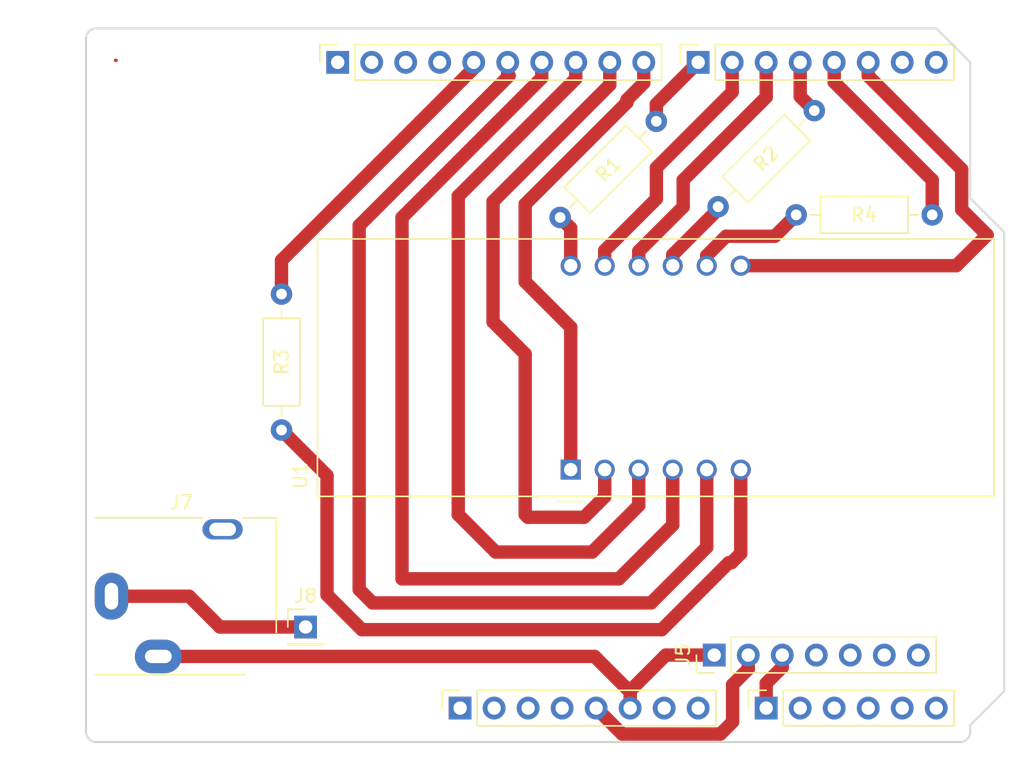
<source format=kicad_pcb>
(kicad_pcb (version 20240108) (generator "pcbnew") (generator_version "8.0")
  (title_block (date "mar. 31 mars 2015"))
  (layers (0 "F.Cu" signal) (31 "B.Cu" signal) (34 "B.Paste" user) (35 "F.Paste" user) (36 "B.SilkS" user "B.Silkscreen") (37 "F.SilkS" user "F.Silkscreen") (38 "B.Mask" user) (39 "F.Mask" user) (44 "Edge.Cuts" user))
  (net 0 "")
  (net 1 "GND")
  (net 3 "+5V")
  (net 4 "/IOREF")
  (net 5 "/A0")
  (net 6 "/A1")
  (net 7 "/A2")
  (net 8 "/A3")
  (net 9 "/SDA{slash}A4")
  (net 10 "/SCL{slash}A5")
  (net 11 "/13")
  (net 12 "/12")
  (net 13 "/AREF")
  (net 14 "/8")
  (net 15 "/7")
  (net 16 "/*11")
  (net 17 "/*10")
  (net 18 "/*9")
  (net 19 "/4")
  (net 20 "/2")
  (net 21 "/*6")
  (net 22 "/*5")
  (net 23 "/TX{slash}1")
  (net 24 "/*3")
  (net 25 "/RX{slash}0")
  (net 26 "+3V3")
  (net 27 "VCC")
  (net 28 "/~{RESET}")
  (net 33 "Net-(U1-CC1)")
  (net 34 "Net-(U1-CC3)")
  (net 35 "Net-(U1-CC2)")
  (net 36 "Net-(U1-CC4)")
  (net 37 "Net-(J8-Pin_1)")
  (footprint "Connector_PinSocket_2.54mm:PinSocket_1x08_P2.54mm_Vertical" (layer "F.Cu") (at 127.94 97.46 90)
    (property "Reference" "J1" (hide yes))
    (property "Value" "Power")
    (fp_line (start 1.33 -1.33) (end 1.33 0) (stroke (width 0.12)) (layer "F.SilkS"))
    (fp_line (start 0 -1.33) (end 1.33 -1.33) (stroke (width 0.12)) (layer "F.SilkS"))
    (fp_line (start 1.33 1.27) (end 1.33 19.11) (stroke (width 0.12)) (layer "F.SilkS"))
    (fp_line (start -1.33 1.27) (end 1.33 1.27) (stroke (width 0.12)) (layer "F.SilkS"))
    (fp_line (start -1.33 1.27) (end -1.33 19.11) (stroke (width 0.12)) (layer "F.SilkS"))
    (fp_line (start -1.33 19.11) (end 1.33 19.11) (stroke (width 0.12)) (layer "F.SilkS"))
    (pad "1" thru_hole rect (at 0 0 90) (size 1.7 1.7) (drill 1) (layers "*.Cu" "*.Mask"))
    (pad "2" thru_hole oval (at 0 2.54 90) (size 1.7 1.7) (drill 1) (layers "*.Cu" "*.Mask") (net 4 "/IOREF"))
    (pad "3" thru_hole oval (at 0 5.08 90) (size 1.7 1.7) (drill 1) (layers "*.Cu" "*.Mask") (net 28 "/~{RESET}"))
    (pad "4" thru_hole oval (at 0 7.62 90) (size 1.7 1.7) (drill 1) (layers "*.Cu" "*.Mask") (net 26 "+3V3"))
    (pad "5" thru_hole oval (at 0 10.16 90) (size 1.7 1.7) (drill 1) (layers "*.Cu" "*.Mask") (net 3 "+5V"))
    (pad "6" thru_hole oval (at 0 12.7 90) (size 1.7 1.7) (drill 1) (layers "*.Cu" "*.Mask") (net 1 "GND"))
    (pad "7" thru_hole oval (at 0 15.24 90) (size 1.7 1.7) (drill 1) (layers "*.Cu" "*.Mask") (net 1 "GND"))
    (pad "8" thru_hole oval (at 0 17.78 90) (size 1.7 1.7) (drill 1) (layers "*.Cu" "*.Mask") (net 27 "VCC"))
  )
  (footprint "Connector_PinSocket_2.54mm:PinSocket_1x06_P2.54mm_Vertical" (layer "F.Cu") (at 150.8 97.46 90)
    (property "Reference" "J3" (hide yes))
    (property "Value" "Analog")
    (fp_line (start 1.33 -1.33) (end 1.33 0) (stroke (width 0.12)) (layer "F.SilkS"))
    (fp_line (start 0 -1.33) (end 1.33 -1.33) (stroke (width 0.12)) (layer "F.SilkS"))
    (fp_line (start 1.33 1.27) (end 1.33 14.03) (stroke (width 0.12)) (layer "F.SilkS"))
    (fp_line (start -1.33 1.27) (end 1.33 1.27) (stroke (width 0.12)) (layer "F.SilkS"))
    (fp_line (start -1.33 1.27) (end -1.33 14.03) (stroke (width 0.12)) (layer "F.SilkS"))
    (fp_line (start -1.33 14.03) (end 1.33 14.03) (stroke (width 0.12)) (layer "F.SilkS"))
    (pad "1" thru_hole rect (at 0 0 90) (size 1.7 1.7) (drill 1) (layers "*.Cu" "*.Mask") (net 5 "/A0"))
    (pad "2" thru_hole oval (at 0 2.54 90) (size 1.7 1.7) (drill 1) (layers "*.Cu" "*.Mask") (net 6 "/A1"))
    (pad "3" thru_hole oval (at 0 5.08 90) (size 1.7 1.7) (drill 1) (layers "*.Cu" "*.Mask") (net 7 "/A2"))
    (pad "4" thru_hole oval (at 0 7.62 90) (size 1.7 1.7) (drill 1) (layers "*.Cu" "*.Mask") (net 8 "/A3"))
    (pad "5" thru_hole oval (at 0 10.16 90) (size 1.7 1.7) (drill 1) (layers "*.Cu" "*.Mask") (net 9 "/SDA{slash}A4"))
    (pad "6" thru_hole oval (at 0 12.7 90) (size 1.7 1.7) (drill 1) (layers "*.Cu" "*.Mask") (net 10 "/SCL{slash}A5"))
  )
  (footprint "Connector_PinSocket_2.54mm:PinSocket_1x10_P2.54mm_Vertical" (layer "F.Cu") (at 118.796 49.2 90)
    (property "Reference" "J2" (hide yes))
    (property "Value" "Digital/PWM")
    (fp_line (start 1.33 -1.33) (end 1.33 0) (stroke (width 0.12)) (layer "F.SilkS"))
    (fp_line (start 0 -1.33) (end 1.33 -1.33) (stroke (width 0.12)) (layer "F.SilkS"))
    (fp_line (start 1.33 1.27) (end 1.33 24.19) (stroke (width 0.12)) (layer "F.SilkS"))
    (fp_line (start -1.33 1.27) (end 1.33 1.27) (stroke (width 0.12)) (layer "F.SilkS"))
    (fp_line (start -1.33 1.27) (end -1.33 24.19) (stroke (width 0.12)) (layer "F.SilkS"))
    (fp_line (start -1.33 24.19) (end 1.33 24.19) (stroke (width 0.12)) (layer "F.SilkS"))
    (pad "1" thru_hole rect (at 0 0 90) (size 1.7 1.7) (drill 1) (layers "*.Cu" "*.Mask") (net 10 "/SCL{slash}A5"))
    (pad "2" thru_hole oval (at 0 2.54 90) (size 1.7 1.7) (drill 1) (layers "*.Cu" "*.Mask") (net 9 "/SDA{slash}A4"))
    (pad "3" thru_hole oval (at 0 5.08 90) (size 1.7 1.7) (drill 1) (layers "*.Cu" "*.Mask") (net 13 "/AREF"))
    (pad "4" thru_hole oval (at 0 7.62 90) (size 1.7 1.7) (drill 1) (layers "*.Cu" "*.Mask") (net 1 "GND"))
    (pad "5" thru_hole oval (at 0 10.16 90) (size 1.7 1.7) (drill 1) (layers "*.Cu" "*.Mask") (net 11 "/13"))
    (pad "6" thru_hole oval (at 0 12.7 90) (size 1.7 1.7) (drill 1) (layers "*.Cu" "*.Mask") (net 12 "/12"))
    (pad "7" thru_hole oval (at 0 15.24 90) (size 1.7 1.7) (drill 1) (layers "*.Cu" "*.Mask") (net 16 "/*11"))
    (pad "8" thru_hole oval (at 0 17.78 90) (size 1.7 1.7) (drill 1) (layers "*.Cu" "*.Mask") (net 17 "/*10"))
    (pad "9" thru_hole oval (at 0 20.32 90) (size 1.7 1.7) (drill 1) (layers "*.Cu" "*.Mask") (net 18 "/*9"))
    (pad "10" thru_hole oval (at 0 22.86 90) (size 1.7 1.7) (drill 1) (layers "*.Cu" "*.Mask") (net 14 "/8"))
  )
  (footprint "Connector_PinSocket_2.54mm:PinSocket_1x08_P2.54mm_Vertical" (layer "F.Cu") (at 145.72 49.2 90)
    (property "Reference" "J4" (hide yes))
    (property "Value" "Digital/PWM")
    (fp_line (start 1.33 -1.33) (end 1.33 0) (stroke (width 0.12)) (layer "F.SilkS"))
    (fp_line (start 0 -1.33) (end 1.33 -1.33) (stroke (width 0.12)) (layer "F.SilkS"))
    (fp_line (start 1.33 1.27) (end 1.33 19.11) (stroke (width 0.12)) (layer "F.SilkS"))
    (fp_line (start -1.33 1.27) (end 1.33 1.27) (stroke (width 0.12)) (layer "F.SilkS"))
    (fp_line (start -1.33 1.27) (end -1.33 19.11) (stroke (width 0.12)) (layer "F.SilkS"))
    (fp_line (start -1.33 19.11) (end 1.33 19.11) (stroke (width 0.12)) (layer "F.SilkS"))
    (pad "1" thru_hole rect (at 0 0 90) (size 1.7 1.7) (drill 1) (layers "*.Cu" "*.Mask") (net 15 "/7"))
    (pad "2" thru_hole oval (at 0 2.54 90) (size 1.7 1.7) (drill 1) (layers "*.Cu" "*.Mask") (net 21 "/*6"))
    (pad "3" thru_hole oval (at 0 5.08 90) (size 1.7 1.7) (drill 1) (layers "*.Cu" "*.Mask") (net 22 "/*5"))
    (pad "4" thru_hole oval (at 0 7.62 90) (size 1.7 1.7) (drill 1) (layers "*.Cu" "*.Mask") (net 19 "/4"))
    (pad "5" thru_hole oval (at 0 10.16 90) (size 1.7 1.7) (drill 1) (layers "*.Cu" "*.Mask") (net 24 "/*3"))
    (pad "6" thru_hole oval (at 0 12.7 90) (size 1.7 1.7) (drill 1) (layers "*.Cu" "*.Mask") (net 20 "/2"))
    (pad "7" thru_hole oval (at 0 15.24 90) (size 1.7 1.7) (drill 1) (layers "*.Cu" "*.Mask") (net 23 "/TX{slash}1"))
    (pad "8" thru_hole oval (at 0 17.78 90) (size 1.7 1.7) (drill 1) (layers "*.Cu" "*.Mask") (net 25 "/RX{slash}0"))
  )
  (footprint "Resistor_THT:R_Axial_DIN0207_L6.3mm_D2.5mm_P10.16mm_Horizontal" (layer "F.Cu") (at 135.407898 60.792103 45)
    (property "Reference" "R1" (at 5.079999 0 45) (layer "F.SilkS"))
    (property "Value" "R 330")
    (fp_line (start 1.81 -1.37) (end 1.81 1.37) (stroke (width 0.12)) (layer "F.SilkS"))
    (fp_line (start 1.04 0) (end 1.81 0) (stroke (width 0.12)) (layer "F.SilkS"))
    (fp_line (start 1.81 1.37) (end 8.35 1.37) (stroke (width 0.12)) (layer "F.SilkS"))
    (fp_line (start 8.35 -1.37) (end 1.81 -1.37) (stroke (width 0.12)) (layer "F.SilkS"))
    (fp_line (start 9.12 0) (end 8.350001 0) (stroke (width 0.12)) (layer "F.SilkS"))
    (fp_line (start 8.35 1.37) (end 8.35 -1.37) (stroke (width 0.12)) (layer "F.SilkS"))
    (pad "1" thru_hole circle (at 0 0 45) (size 1.6 1.6) (drill 0.8) (layers "*.Cu" "*.Mask") (net 33 "Net-(U1-CC1)"))
    (pad "2" thru_hole oval (at 10.16 0 45) (size 1.6 1.6) (drill 0.8) (layers "*.Cu" "*.Mask") (net 15 "/7"))
  )
  (footprint "Connector_Audio:Jack_3.5mm_CUI_SJ1-3513N_Horizontal" (layer "F.Cu") (at 101.9 89.1)
    (property "Reference" "J7" (at 5.2 -7 0) (layer "F.SilkS"))
    (property "Value" "AudioJack3")
    (fp_line (start 6.8 -5.86) (end -1.2192 -5.86) (stroke (width 0.12)) (layer "F.SilkS"))
    (fp_line (start 10 5.86) (end -1.2192 5.86) (stroke (width 0.12)) (layer "F.SilkS"))
    (fp_line (start 12.31 -5.86) (end 9.8 -5.86) (stroke (width 0.12)) (layer "F.SilkS"))
    (fp_line (start 12.31 -5.86) (end 12.31 2.7) (stroke (width 0.12)) (layer "F.SilkS"))
    (pad "R" thru_hole oval (at 8.3 -5) (size 3 1.5) (drill oval 2 1) (layers "*.Cu" "*.Mask"))
    (pad "S" thru_hole oval (at 0 0 270) (size 3.5 2.5) (drill oval 2 1) (layers "*.Cu" "*.Mask") (net 37 "Net-(J8-Pin_1)"))
    (pad "T" thru_hole oval (at 3.5 4.5) (size 3.5 2.5) (drill oval 2 1) (layers "*.Cu" "*.Mask") (net 1 "GND"))
  )
  (footprint "Display_7Segment:CA56-12SEKWA" (layer "F.Cu") (at 136.2 79.64 90)
    (property "Reference" "U1" (at -0.45 -20.19 90) (layer "F.SilkS"))
    (property "Value" "CC56-12SEKWA")
    (fp_line (start -2 -18.92) (end 17.24 -18.92) (stroke (width 0.12)) (layer "F.SilkS"))
    (fp_line (start -2 -18.92) (end -2 31.62) (stroke (width 0.12)) (layer "F.SilkS"))
    (fp_line (start -2.38 -1) (end -2.38 1) (stroke (width 0.12)) (layer "F.SilkS"))
    (fp_line (start 17.24 31.62) (end 17.24 -18.92) (stroke (width 0.12)) (layer "F.SilkS"))
    (fp_line (start -2 31.62) (end 17.24 31.62) (stroke (width 0.12)) (layer "F.SilkS"))
    (pad "1" thru_hole rect (at 0 0 90) (size 1.5 1.5) (drill 1) (layers "*.Cu" "*.Mask") (net 14 "/8"))
    (pad "2" thru_hole circle (at 0 2.54 90) (size 1.5 1.5) (drill 1) (layers "*.Cu" "*.Mask") (net 18 "/*9"))
    (pad "3" thru_hole circle (at 0 5.08 90) (size 1.5 1.5) (drill 1) (layers "*.Cu" "*.Mask") (net 17 "/*10"))
    (pad "4" thru_hole circle (at 0 7.62 90) (size 1.5 1.5) (drill 1) (layers "*.Cu" "*.Mask") (net 16 "/*11"))
    (pad "5" thru_hole circle (at 0 10.16 90) (size 1.5 1.5) (drill 1) (layers "*.Cu" "*.Mask") (net 12 "/12"))
    (pad "6" thru_hole circle (at 0 12.7 90) (size 1.5 1.5) (drill 1) (layers "*.Cu" "*.Mask") (net 36 "Net-(U1-CC4)"))
    (pad "7" thru_hole circle (at 15.24 12.7 90) (size 1.5 1.5) (drill 1) (layers "*.Cu" "*.Mask") (net 20 "/2"))
    (pad "8" thru_hole circle (at 15.24 10.16 90) (size 1.5 1.5) (drill 1) (layers "*.Cu" "*.Mask") (net 34 "Net-(U1-CC3)"))
    (pad "9" thru_hole circle (at 15.24 7.62 90) (size 1.5 1.5) (drill 1) (layers "*.Cu" "*.Mask") (net 35 "Net-(U1-CC2)"))
    (pad "10" thru_hole circle (at 15.24 5.08 90) (size 1.5 1.5) (drill 1) (layers "*.Cu" "*.Mask") (net 22 "/*5"))
    (pad "11" thru_hole circle (at 15.24 2.54 90) (size 1.5 1.5) (drill 1) (layers "*.Cu" "*.Mask") (net 21 "/*6"))
    (pad "12" thru_hole circle (at 15.24 0 90) (size 1.5 1.5) (drill 1) (layers "*.Cu" "*.Mask") (net 33 "Net-(U1-CC1)"))
  )
  (footprint "Connector_PinHeader_2.54mm:PinHeader_1x01_P2.54mm_Vertical" (layer "F.Cu") (at 116.4 91.4)
    (property "Reference" "J8" (at 0 -2.33 0) (layer "F.SilkS"))
    (property "Value" "Conn_01x01_Pin")
    (fp_line (start -1.33 -1.33) (end 0 -1.33) (stroke (width 0.12)) (layer "F.SilkS"))
    (fp_line (start -1.33 0) (end -1.33 -1.33) (stroke (width 0.12)) (layer "F.SilkS"))
    (fp_line (start -1.33 1.27) (end -1.33 1.33) (stroke (width 0.12)) (layer "F.SilkS"))
    (fp_line (start -1.33 1.27) (end 1.33 1.27) (stroke (width 0.12)) (layer "F.SilkS"))
    (fp_line (start -1.33 1.33) (end 1.33 1.33) (stroke (width 0.12)) (layer "F.SilkS"))
    (fp_line (start 1.33 1.27) (end 1.33 1.33) (stroke (width 0.12)) (layer "F.SilkS"))
    (pad "1" thru_hole rect (at 0 0) (size 1.7 1.7) (drill 1) (layers "*.Cu" "*.Mask") (net 37 "Net-(J8-Pin_1)"))
  )
  (footprint "Arduino_MountingHole:MountingHole_3.2mm" (layer "F.Cu") (at 115.24 49.2)
    (property "Reference" "MH1" (hide yes))
    (property "Value" "MountingHole_3.2mm" (hide yes))
    (pad "" np_thru_hole circle (at 0 0) (size 3.2 3.2) (drill 3.2) (layers "*.Cu" "*.Mask"))
  )
  (footprint "Resistor_THT:R_Axial_DIN0207_L6.3mm_D2.5mm_P10.16mm_Horizontal" (layer "F.Cu") (at 153.04 60.6)
    (property "Reference" "R4" (at 5.08 0 0) (layer "F.SilkS"))
    (property "Value" "R 330")
    (fp_line (start 1.04 0) (end 1.81 0) (stroke (width 0.12)) (layer "F.SilkS"))
    (fp_line (start 1.81 -1.37) (end 1.81 1.37) (stroke (width 0.12)) (layer "F.SilkS"))
    (fp_line (start 1.81 1.37) (end 8.35 1.37) (stroke (width 0.12)) (layer "F.SilkS"))
    (fp_line (start 8.35 -1.37) (end 1.81 -1.37) (stroke (width 0.12)) (layer "F.SilkS"))
    (fp_line (start 8.35 1.37) (end 8.35 -1.37) (stroke (width 0.12)) (layer "F.SilkS"))
    (fp_line (start 9.12 0) (end 8.35 0) (stroke (width 0.12)) (layer "F.SilkS"))
    (pad "1" thru_hole circle (at 0 0) (size 1.6 1.6) (drill 0.8) (layers "*.Cu" "*.Mask") (net 34 "Net-(U1-CC3)"))
    (pad "2" thru_hole oval (at 10.16 0) (size 1.6 1.6) (drill 0.8) (layers "*.Cu" "*.Mask") (net 24 "/*3"))
  )
  (footprint "Arduino_MountingHole:MountingHole_3.2mm" (layer "F.Cu") (at 113.97 97.46)
    (property "Reference" "MH2" (hide yes))
    (property "Value" "MountingHole_3.2mm" (hide yes))
    (pad "" np_thru_hole circle (at 0 0) (size 3.2 3.2) (drill 3.2) (layers "*.Cu" "*.Mask"))
  )
  (footprint "Resistor_THT:R_Axial_DIN0207_L6.3mm_D2.5mm_P10.16mm_Horizontal" (layer "F.Cu") (at 147.207898 59.992103 45)
    (property "Reference" "R2" (at 5.079999 0 45) (layer "F.SilkS"))
    (property "Value" "R 330")
    (fp_line (start 1.81 -1.37) (end 1.81 1.37) (stroke (width 0.12)) (layer "F.SilkS"))
    (fp_line (start 1.04 0) (end 1.81 0) (stroke (width 0.12)) (layer "F.SilkS"))
    (fp_line (start 1.81 1.37) (end 8.35 1.37) (stroke (width 0.12)) (layer "F.SilkS"))
    (fp_line (start 8.35 -1.37) (end 1.81 -1.37) (stroke (width 0.12)) (layer "F.SilkS"))
    (fp_line (start 9.12 0) (end 8.350001 0) (stroke (width 0.12)) (layer "F.SilkS"))
    (fp_line (start 8.35 1.37) (end 8.35 -1.37) (stroke (width 0.12)) (layer "F.SilkS"))
    (pad "1" thru_hole circle (at 0 0 45) (size 1.6 1.6) (drill 0.8) (layers "*.Cu" "*.Mask") (net 35 "Net-(U1-CC2)"))
    (pad "2" thru_hole oval (at 10.16 0 45) (size 1.6 1.6) (drill 0.8) (layers "*.Cu" "*.Mask") (net 19 "/4"))
  )
  (footprint "Resistor_THT:R_Axial_DIN0207_L6.3mm_D2.5mm_P10.16mm_Horizontal" (layer "F.Cu") (at 114.6 76.68 90)
    (property "Reference" "R3" (at 5.08 0 90) (layer "F.SilkS"))
    (property "Value" "R 330")
    (fp_line (start 8.35 -1.37) (end 1.81 -1.37) (stroke (width 0.12)) (layer "F.SilkS"))
    (fp_line (start 1.81 -1.37) (end 1.81 1.37) (stroke (width 0.12)) (layer "F.SilkS"))
    (fp_line (start 9.12 0) (end 8.35 0) (stroke (width 0.12)) (layer "F.SilkS"))
    (fp_line (start 1.04 0) (end 1.81 0) (stroke (width 0.12)) (layer "F.SilkS"))
    (fp_line (start 8.35 1.37) (end 8.35 -1.37) (stroke (width 0.12)) (layer "F.SilkS"))
    (fp_line (start 1.81 1.37) (end 8.35 1.37) (stroke (width 0.12)) (layer "F.SilkS"))
    (pad "1" thru_hole circle (at 0 0 90) (size 1.6 1.6) (drill 0.8) (layers "*.Cu" "*.Mask") (net 36 "Net-(U1-CC4)"))
    (pad "2" thru_hole oval (at 10.16 0 90) (size 1.6 1.6) (drill 0.8) (layers "*.Cu" "*.Mask") (net 11 "/13"))
  )
  (footprint "Connector_PinHeader_2.54mm:PinHeader_1x07_P2.54mm_Vertical" (layer "F.Cu") (at 146.92 93.5 90)
    (property "Reference" "J5" (at 0 -2.33 90) (layer "F.SilkS"))
    (property "Value" "Conn_01x07_Pin")
    (fp_line (start -1.33 -1.33) (end 0 -1.33) (stroke (width 0.12)) (layer "F.SilkS"))
    (fp_line (start -1.33 0) (end -1.33 -1.33) (stroke (width 0.12)) (layer "F.SilkS"))
    (fp_line (start 1.33 1.27) (end 1.33 16.57) (stroke (width 0.12)) (layer "F.SilkS"))
    (fp_line (start -1.33 1.27) (end 1.33 1.27) (stroke (width 0.12)) (layer "F.SilkS"))
    (fp_line (start -1.33 1.27) (end -1.33 16.57) (stroke (width 0.12)) (layer "F.SilkS"))
    (fp_line (start -1.33 16.57) (end 1.33 16.57) (stroke (width 0.12)) (layer "F.SilkS"))
    (pad "1" thru_hole rect (at 0 0 90) (size 1.7 1.7) (drill 1) (layers "*.Cu" "*.Mask") (net 1 "GND"))
    (pad "2" thru_hole oval (at 0 2.54 90) (size 1.7 1.7) (drill 1) (layers "*.Cu" "*.Mask") (net 3 "+5V"))
    (pad "3" thru_hole oval (at 0 5.08 90) (size 1.7 1.7) (drill 1) (layers "*.Cu" "*.Mask") (net 5 "/A0"))
    (pad "4" thru_hole oval (at 0 7.62 90) (size 1.7 1.7) (drill 1) (layers "*.Cu" "*.Mask"))
    (pad "5" thru_hole oval (at 0 10.16 90) (size 1.7 1.7) (drill 1) (layers "*.Cu" "*.Mask"))
    (pad "6" thru_hole oval (at 0 12.7 90) (size 1.7 1.7) (drill 1) (layers "*.Cu" "*.Mask"))
    (pad "7" thru_hole oval (at 0 15.24 90) (size 1.7 1.7) (drill 1) (layers "*.Cu" "*.Mask"))
  )
  (gr_line (start 166.04 59.36) (end 168.58 61.9) (stroke (width 0.15)) (layer "Edge.Cuts"))
  (gr_line (start 100 99.238) (end 100 47.422) (stroke (width 0.15)) (layer "Edge.Cuts"))
  (gr_line (start 168.58 61.9) (end 168.58 96.19) (stroke (width 0.15)) (layer "Edge.Cuts"))
  (gr_line (start 165.278 100) (end 100.762 100) (stroke (width 0.15)) (layer "Edge.Cuts"))
  (gr_line (start 100.762 46.66) (end 163.5 46.66) (stroke (width 0.15)) (layer "Edge.Cuts"))
  (gr_arc (start 100.762 100) (mid 100.223185 99.776815) (end 100 99.238) (stroke (width 0.15)) (layer "Edge.Cuts"))
  (gr_line (start 168.58 96.19) (end 166.04 98.73) (stroke (width 0.15)) (layer "Edge.Cuts"))
  (gr_line (start 163.5 46.66) (end 166.04 49.2) (stroke (width 0.15)) (layer "Edge.Cuts"))
  (gr_arc (start 166.04 99.238) (mid 165.816815 99.776815) (end 165.278 100) (stroke (width 0.15)) (layer "Edge.Cuts"))
  (gr_line (start 166.04 49.2) (end 166.04 59.36) (stroke (width 0.15)) (layer "Edge.Cuts"))
  (gr_line (start 166.04 98.73) (end 166.04 99.238) (stroke (width 0.15)) (layer "Edge.Cuts"))
  (gr_arc (start 100 47.422) (mid 100.223185 46.883185) (end 100.762 46.66) (stroke (width 0.15)) (layer "Edge.Cuts"))
  (segment (start 146.92 93.5) (end 143.3 93.5) (width 1) (layer "F.Cu") (net 1))
  (segment (start 146.92 93.5) (end 147 93.5) (width 0.25) (layer "F.Cu") (net 1))
  (segment (start 143.3 93.5) (end 140.64 96.16) (width 1) (layer "F.Cu") (net 1))
  (segment (start 140.64 96.257919) (end 140.64 97.46) (width 1) (layer "F.Cu") (net 1))
  (segment (start 147 93.5) (end 147 93.64) (width 0.25) (layer "F.Cu") (net 1))
  (segment (start 137.982081 93.6) (end 140.64 96.257919) (width 1) (layer "F.Cu") (net 1))
  (segment (start 105.4 93.6) (end 137.982081 93.6) (width 1) (layer "F.Cu") (net 1))
  (segment (start 140.64 96.16) (end 140.64 97.46) (width 1) (layer "F.Cu") (net 1))
  (segment (start 138.1 97.46) (end 138.04 97.46) (width 0.25) (layer "F.Cu") (net 3))
  (segment (start 149.46 94.54) (end 149.46 93.5) (width 1) (layer "F.Cu") (net 3))
  (segment (start 138.04 97.46) (end 138 97.5) (width 0.25) (layer "F.Cu") (net 3))
  (segment (start 140.04 99.4) (end 147.379874 99.4) (width 1) (layer "F.Cu") (net 3))
  (segment (start 138.1 97.46) (end 140.04 99.4) (width 1) (layer "F.Cu") (net 3))
  (segment (start 147.379874 99.4) (end 148.291469 98.488405) (width 1) (layer "F.Cu") (net 3))
  (segment (start 148.291469 98.488405) (end 148.291469 95.708531) (width 1) (layer "F.Cu") (net 3))
  (segment (start 148.291469 95.708531) (end 149.46 94.54) (width 1) (layer "F.Cu") (net 3))
  (segment (start 150.8 97.46) (end 150.8 95.61) (width 1) (layer "F.Cu") (net 5))
  (segment (start 150.8 95.61) (end 152 94.41) (width 1) (layer "F.Cu") (net 5))
  (segment (start 152 94.41) (end 152 93.5) (width 1) (layer "F.Cu") (net 5))
  (segment (start 128.956 49.644) (end 128.956 49.2) (width 1) (layer "F.Cu") (net 11))
  (segment (start 114.6 66.52) (end 114.6 64) (width 1) (layer "F.Cu") (net 11))
  (segment (start 114.6 64) (end 128.956 49.644) (width 1) (layer "F.Cu") (net 11))
  (segment (start 131.496 50.096) (end 131.496 49.2) (width 1) (layer "F.Cu") (net 12))
  (segment (start 120.4 61.4) (end 131.6 50.2) (width 1) (layer "F.Cu") (net 12))
  (segment (start 142.2 89.6) (end 121.4 89.6) (width 1) (layer "F.Cu") (net 12))
  (segment (start 146.36 85.44) (end 142.2 89.6) (width 1) (layer "F.Cu") (net 12))
  (segment (start 146.36 79.64) (end 146.36 85.44) (width 1) (layer "F.Cu") (net 12))
  (segment (start 131.6 50.2) (end 131.496 50.096) (width 1) (layer "F.Cu") (net 12))
  (segment (start 121.4 89.6) (end 120.4 88.6) (width 1) (layer "F.Cu") (net 12))
  (segment (start 120.4 88.6) (end 120.4 61.4) (width 1) (layer "F.Cu") (net 12))
  (segment (start 132.8 59.8) (end 140.4 52.2) (width 1) (layer "F.Cu") (net 14))
  (segment (start 141.656 50.744) (end 141.656 49.2) (width 1) (layer "F.Cu") (net 14))
  (segment (start 140.4 52.2) (end 140.4 52) (width 1) (layer "F.Cu") (net 14))
  (segment (start 132.8 65.6) (end 132.8 59.8) (width 1) (layer "F.Cu") (net 14))
  (segment (start 140.4 52) (end 141.656 50.744) (width 1) (layer "F.Cu") (net 14))
  (segment (start 136.04 79.64) (end 136.2 79.64) (width 1) (layer "F.Cu") (net 14))
  (segment (start 136.2 69) (end 132.8 65.6) (width 1) (layer "F.Cu") (net 14))
  (segment (start 136.04 79.64) (end 136 79.6) (width 1) (layer "F.Cu") (net 14))
  (segment (start 136.2 79.64) (end 136.2 69) (width 1) (layer "F.Cu") (net 14))
  (segment (start 142.592103 53.607898) (end 142.592103 52.327897) (width 1) (layer "F.Cu") (net 15))
  (segment (start 142.592103 52.327897) (end 145.72 49.2) (width 1) (layer "F.Cu") (net 15))
  (segment (start 143.82 83.78) (end 139.8 87.8) (width 1) (layer "F.Cu") (net 16))
  (segment (start 143.82 79.64) (end 143.82 83.78) (width 1) (layer "F.Cu") (net 16))
  (segment (start 139.8 87.8) (end 123.6 87.8) (width 1) (layer "F.Cu") (net 16))
  (segment (start 123.6 60.8) (end 134.036 50.364) (width 1) (layer "F.Cu") (net 16))
  (segment (start 134.036 50.364) (end 134.036 49.2) (width 1) (layer "F.Cu") (net 16))
  (segment (start 123.6 87.8) (end 123.6 60.8) (width 1) (layer "F.Cu") (net 16))
  (segment (start 127.8 59.2) (end 136.576 50.424) (width 1) (layer "F.Cu") (net 17))
  (segment (start 141.28 79.64) (end 141.28 82.32) (width 1) (layer "F.Cu") (net 17))
  (segment (start 130.6 85.8) (end 127.8 83) (width 1) (layer "F.Cu") (net 17))
  (segment (start 136.576 50.424) (end 136.576 49.2) (width 1) (layer "F.Cu") (net 17))
  (segment (start 137.8 85.8) (end 130.6 85.8) (width 1) (layer "F.Cu") (net 17))
  (segment (start 141.28 82.32) (end 137.8 85.8) (width 1) (layer "F.Cu") (net 17))
  (segment (start 127.8 83) (end 127.8 59.2) (width 1) (layer "F.Cu") (net 17))
  (segment (start 132.8 71) (end 130.4 68.6) (width 1) (layer "F.Cu") (net 18))
  (segment (start 132.8 83) (end 132.8 71) (width 1) (layer "F.Cu") (net 18))
  (segment (start 133 83.2) (end 132.8 83) (width 1) (layer "F.Cu") (net 18))
  (segment (start 139.116 50.884) (end 139.116 49.2) (width 1) (layer "F.Cu") (net 18))
  (segment (start 138.74 81.66) (end 137.2 83.2) (width 1) (layer "F.Cu") (net 18))
  (segment (start 138.74 79.64) (end 138.74 81.66) (width 1) (layer "F.Cu") (net 18))
  (segment (start 130.4 59.6) (end 139.116 50.884) (width 1) (layer "F.Cu") (net 18))
  (segment (start 137.2 83.2) (end 133 83.2) (width 1) (layer "F.Cu") (net 18))
  (segment (start 130.4 68.6) (end 130.4 59.6) (width 1) (layer "F.Cu") (net 18))
  (segment (start 154.392103 52.807898) (end 153.34 51.755795) (width 1) (layer "F.Cu") (net 19))
  (segment (start 153.34 51.755795) (end 153.34 49.2) (width 1) (layer "F.Cu") (net 19))
  (segment (start 148.9 64.4) (end 165 64.4) (width 1) (layer "F.Cu") (net 20))
  (segment (start 165.4 60.2) (end 165.4 57.2) (width 1) (layer "F.Cu") (net 20))
  (segment (start 165 64.4) (end 167.3 62.1) (width 1) (layer "F.Cu") (net 20))
  (segment (start 165.4 57.2) (end 158.42 50.22) (width 1) (layer "F.Cu") (net 20))
  (segment (start 158.42 50.22) (end 158.42 49.2) (width 1) (layer "F.Cu") (net 20))
  (segment (start 167.3 62.1) (end 165.4 60.2) (width 1) (layer "F.Cu") (net 20))
  (segment (start 142.6 57.07868) (end 148.26 51.41868) (width 1) (layer "F.Cu") (net 21))
  (segment (start 138.74 63.26) (end 142.6 59.4) (width 1) (layer "F.Cu") (net 21))
  (segment (start 142.6 59.4) (end 142.6 57.07868) (width 1) (layer "F.Cu") (net 21))
  (segment (start 138.74 64.4) (end 138.74 63.26) (width 1) (layer "F.Cu") (net 21))
  (segment (start 148.26 51.41868) (end 148.26 49.2) (width 1) (layer "F.Cu") (net 21))
  (segment (start 150.8 51.8) (end 150.8 49.2) (width 1) (layer "F.Cu") (net 22))
  (segment (start 144.6 60) (end 144.6 58) (width 1) (layer "F.Cu") (net 22))
  (segment (start 141.28 64.4) (end 141.28 63.32) (width 1) (layer "F.Cu") (net 22))
  (segment (start 141.28 63.32) (end 144.6 60) (width 1) (layer "F.Cu") (net 22))
  (segment (start 141.28 64.4) (end 141.4 64.4) (width 1) (layer "F.Cu") (net 22))
  (segment (start 144.6 58) (end 150.8 51.8) (width 1) (layer "F.Cu") (net 22))
  (segment (start 155.88 50.68) (end 155.88 49.2) (width 1) (layer "F.Cu") (net 24))
  (segment (start 163.2 60.6) (end 163.2 58) (width 1) (layer "F.Cu") (net 24))
  (segment (start 163.2 58) (end 155.88 50.68) (width 1) (layer "F.Cu") (net 24))
  (segment (start 145.54 97.46) (end 145.5 97.5) (width 0.25) (layer "F.Cu") (net 27))
  (segment (start 145.72 97.46) (end 145.54 97.46) (width 0.25) (layer "F.Cu") (net 27))
  (segment (start 136.2 64.4) (end 136.2 61.584205) (width 1) (layer "F.Cu") (net 33))
  (segment (start 102.2 49.05) (end 102.25 49.05) (width 0.25) (layer "F.Cu") (net 33))
  (segment (start 136.2 61.584205) (end 135.407898 60.792103) (width 1) (layer "F.Cu") (net 33))
  (segment (start 151.44 62.2) (end 153.04 60.6) (width 1) (layer "F.Cu") (net 34))
  (segment (start 146.36 63.64) (end 147.8 62.2) (width 1) (layer "F.Cu") (net 34))
  (segment (start 147.8 62.2) (end 151.44 62.2) (width 1) (layer "F.Cu") (net 34))
  (segment (start 146.36 64.4) (end 146.36 63.64) (width 1) (layer "F.Cu") (net 34))
  (segment (start 147.207898 60.192102) (end 147.207898 59.992103) (width 1) (layer "F.Cu") (net 35))
  (segment (start 143.82 64.4) (end 143.82 63.58) (width 1) (layer "F.Cu") (net 35))
  (segment (start 143.82 63.58) (end 147.207898 60.192102) (width 1) (layer "F.Cu") (net 35))
  (segment (start 143 91.6) (end 148 86.6) (width 1) (layer "F.Cu") (net 36))
  (segment (start 118 89) (end 120.6 91.6) (width 1) (layer "F.Cu") (net 36))
  (segment (start 148.2 86.6) (end 148.9 85.9) (width 1) (layer "F.Cu") (net 36))
  (segment (start 148.9 85.9) (end 148.9 79.64) (width 1) (layer "F.Cu") (net 36))
  (segment (start 114.6 76.68) (end 118 80.08) (width 1) (layer "F.Cu") (net 36))
  (segment (start 118 80.08) (end 118 89) (width 1) (layer "F.Cu") (net 36))
  (segment (start 120.6 91.6) (end 143 91.6) (width 1) (layer "F.Cu") (net 36))
  (segment (start 148 86.6) (end 148.2 86.6) (width 1) (layer "F.Cu") (net 36))
  (segment (start 107.7 89.1) (end 101.9 89.1) (width 1) (layer "F.Cu") (net 37))
  (segment (start 110 91.4) (end 107.7 89.1) (width 1) (layer "F.Cu") (net 37))
  (segment (start 116.4 91.4) (end 110 91.4) (width 1) (layer "F.Cu") (net 37))
)
</source>
